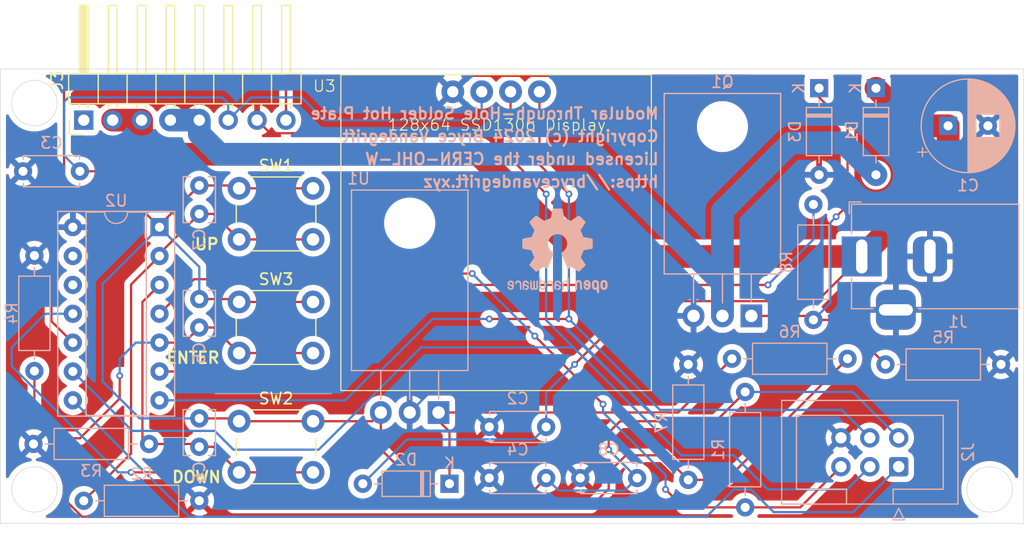
<source format=kicad_pcb>
(kicad_pcb (version 20240108) (generator "pcbnew") (generator_version "8.0")
  (layers (0 "F.Cu" signal) (31 "B.Cu" signal) (34 "B.Paste" user) (35 "F.Paste" user) (36 "B.SilkS" user "B.Silkscreen") (37 "F.SilkS" user "F.Silkscreen") (38 "B.Mask" user) (39 "F.Mask" user) (44 "Edge.Cuts" user))
  (net 0 "")
  (net 1 "GND")
  (net 2 "+18V")
  (net 3 "+5V")
  (net 4 "/SELECT")
  (net 5 "/DOWN")
  (net 6 "/UP")
  (net 7 "/HEATER2")
  (net 8 "Net-(D2-K)")
  (net 9 "/RESET")
  (net 10 "/SCK{slash}SCL")
  (net 11 "/MISO")
  (net 12 "/SDA{slash}MOSI")
  (net 13 "/TEMP")
  (net 14 "/MOSFET")
  (net 15 "/VMON")
  (net 18 "Net-(D3-K)")
  (footprint "Button_Switch_THT:SW_PUSH_6mm_H7.3mm" (layer "F.Cu") (at 169.5 67)
    (property "Reference" "SW1" (at 3.25 -2 0) (layer "F.SilkS"))
    (property "Value" "Up")
    (pad "1" thru_hole circle (at 0 0 90) (size 2 2) (drill 1.1) (layers "*.Cu" "*.Mask") (net 3 "+5V"))
    (pad "1" thru_hole circle (at 6.5 0 90) (size 2 2) (drill 1.1) (layers "*.Cu" "*.Mask") (net 3 "+5V"))
    (pad "2" thru_hole circle (at 0 4.5 90) (size 2 2) (drill 1.1) (layers "*.Cu" "*.Mask") (net 6 "/UP"))
    (pad "2" thru_hole circle (at 6.5 4.5 90) (size 2 2) (drill 1.1) (layers "*.Cu" "*.Mask") (net 6 "/UP"))
  )
  (footprint "OLED:SSD1306" (layer "F.Cu") (at 178.45 57)
    (property "Reference" "U3" (at -1.45 1 0) (layer "F.SilkS") (effects (font (thickness 0.1))))
    (property "Value" "SSD1306")
    (pad "1" thru_hole circle (at 9.84 1.5) (size 2 2) (drill 1) (layers "*.Cu" "*.Mask") (net 1 "GND"))
    (pad "2" thru_hole circle (at 12.38 1.5) (size 2 2) (drill 1) (layers "*.Cu" "*.Mask") (net 3 "+5V"))
    (pad "3" thru_hole circle (at 14.92 1.5) (size 2 2) (drill 1) (layers "*.Cu" "*.Mask") (net 10 "/SCK{slash}SCL"))
    (pad "4" thru_hole circle (at 17.46 1.5) (size 2 2) (drill 1) (layers "*.Cu" "*.Mask") (net 12 "/SDA{slash}MOSI"))
  )
  (footprint "Connector_PinHeader_2.54mm:PinHeader_1x08_P2.54mm_Horizontal" (layer "F.Cu") (at 155.84 61 90)
    (property "Reference" "J3" (at 3.5 -2.34 90) (layer "F.SilkS"))
    (property "Value" "Pin Header")
    (pad "1" thru_hole rect (at 0 0 90) (size 1.7 1.7) (drill 1) (layers "*.Cu" "*.Mask"))
    (pad "2" thru_hole oval (at 0 2.54 90) (size 1.7 1.7) (drill 1) (layers "*.Cu" "*.Mask") (net 2 "+18V"))
    (pad "3" thru_hole oval (at 0 5.08 90) (size 1.7 1.7) (drill 1) (layers "*.Cu" "*.Mask") (net 2 "+18V"))
    (pad "4" thru_hole oval (at 0 7.62 90) (size 1.7 1.7) (drill 1) (layers "*.Cu" "*.Mask") (net 7 "/HEATER2"))
    (pad "5" thru_hole oval (at 0 10.16 90) (size 1.7 1.7) (drill 1) (layers "*.Cu" "*.Mask") (net 7 "/HEATER2"))
    (pad "6" thru_hole oval (at 0 12.7 90) (size 1.7 1.7) (drill 1) (layers "*.Cu" "*.Mask") (net 3 "+5V"))
    (pad "7" thru_hole oval (at 0 15.24 90) (size 1.7 1.7) (drill 1) (layers "*.Cu" "*.Mask") (net 1 "GND"))
    (pad "8" thru_hole oval (at 0 17.78 90) (size 1.7 1.7) (drill 1) (layers "*.Cu" "*.Mask") (net 13 "/TEMP"))
  )
  (footprint "Button_Switch_THT:SW_PUSH_6mm_H7.3mm" (layer "F.Cu") (at 169.5 77)
    (property "Reference" "SW3" (at 3.25 -2 0) (layer "F.SilkS"))
    (property "Value" "Select")
    (pad "1" thru_hole circle (at 0 0 90) (size 2 2) (drill 1.1) (layers "*.Cu" "*.Mask") (net 3 "+5V"))
    (pad "1" thru_hole circle (at 6.5 0 90) (size 2 2) (drill 1.1) (layers "*.Cu" "*.Mask") (net 3 "+5V"))
    (pad "2" thru_hole circle (at 0 4.5 90) (size 2 2) (drill 1.1) (layers "*.Cu" "*.Mask") (net 4 "/SELECT"))
    (pad "2" thru_hole circle (at 6.5 4.5 90) (size 2 2) (drill 1.1) (layers "*.Cu" "*.Mask") (net 4 "/SELECT"))
  )
  (footprint "Button_Switch_THT:SW_PUSH_6mm_H7.3mm" (layer "F.Cu") (at 169.5 87.5)
    (property "Reference" "SW2" (at 3.25 -2 0) (layer "F.SilkS"))
    (property "Value" "Down")
    (pad "1" thru_hole circle (at 0 0 90) (size 2 2) (drill 1.1) (layers "*.Cu" "*.Mask") (net 3 "+5V"))
    (pad "1" thru_hole circle (at 6.5 0 90) (size 2 2) (drill 1.1) (layers "*.Cu" "*.Mask") (net 3 "+5V"))
    (pad "2" thru_hole circle (at 0 4.5 90) (size 2 2) (drill 1.1) (layers "*.Cu" "*.Mask") (net 5 "/DOWN"))
    (pad "2" thru_hole circle (at 6.5 4.5 90) (size 2 2) (drill 1.1) (layers "*.Cu" "*.Mask") (net 5 "/DOWN"))
  )
  (footprint "Capacitor_THT:C_Disc_D4.7mm_W2.5mm_P5.00mm" (layer "B.Cu") (at 204.5 92.5 180)
    (property "Reference" "C8" (at 2.5 2.5 0) (layer "B.SilkS") (effects (justify mirror)))
    (property "Value" "0.1uF")
    (pad "1" thru_hole circle (at 0 0 180) (size 1.6 1.6) (drill 0.8) (layers "*.Cu" "*.Mask") (net 3 "+5V"))
    (pad "2" thru_hole circle (at 5 0 180) (size 1.6 1.6) (drill 0.8) (layers "*.Cu" "*.Mask") (net 1 "GND"))
  )
  (footprint "Resistor_THT:R_Axial_DIN0207_L6.3mm_D2.5mm_P10.16mm_Horizontal" (layer "B.Cu") (at 151.5 72.92 -90)
    (property "Reference" "R4" (at 5.08 2 90) (layer "B.SilkS") (effects (justify mirror)))
    (property "Value" "10k")
    (pad "1" thru_hole circle (at 0 0 270) (size 1.6 1.6) (drill 0.8) (layers "*.Cu" "*.Mask") (net 1 "GND"))
    (pad "2" thru_hole oval (at 10.16 0 270) (size 1.6 1.6) (drill 0.8) (layers "*.Cu" "*.Mask") (net 4 "/SELECT"))
  )
  (footprint "Capacitor_THT:C_Disc_D4.7mm_W2.5mm_P5.00mm" (layer "B.Cu") (at 196.5 88 180)
    (property "Reference" "C2" (at 2.5 2.5 0) (layer "B.SilkS") (effects (justify mirror)))
    (property "Value" "0.1uF")
    (pad "1" thru_hole circle (at 0 0 180) (size 1.6 1.6) (drill 0.8) (layers "*.Cu" "*.Mask") (net 2 "+18V"))
    (pad "2" thru_hole circle (at 5 0 180) (size 1.6 1.6) (drill 0.8) (layers "*.Cu" "*.Mask") (net 1 "GND"))
  )
  (footprint "Capacitor_THT:C_Disc_D3.8mm_W2.6mm_P2.50mm" (layer "B.Cu") (at 166 87.25 -90)
    (property "Reference" "C6" (at 4.75 0 90) (layer "B.SilkS") (effects (justify mirror)))
    (property "Value" "3.3nF")
    (pad "1" thru_hole circle (at 0 0 270) (size 1.6 1.6) (drill 0.8) (layers "*.Cu" "*.Mask") (net 3 "+5V"))
    (pad "2" thru_hole circle (at 2.5 0 270) (size 1.6 1.6) (drill 0.8) (layers "*.Cu" "*.Mask") (net 5 "/DOWN"))
  )
  (footprint "Diode_THT:D_DO-35_SOD27_P7.62mm_Horizontal" (layer "B.Cu") (at 188 93 180)
    (property "Reference" "D2" (at 3.81 2.12 0) (layer "B.SilkS") (effects (justify mirror)))
    (property "Value" "SD103A")
    (fp_text user "K" (at 0 1.8 0) (layer "B.SilkS") (effects (justify mirror)))
    (pad "1" thru_hole rect (at 0 0 180) (size 1.6 1.6) (drill 0.8) (layers "*.Cu" "*.Mask") (net 8 "Net-(D2-K)"))
    (pad "2" thru_hole oval (at 7.62 0 180) (size 1.6 1.6) (drill 0.8) (layers "*.Cu" "*.Mask") (net 2 "+18V"))
  )
  (footprint "Resistor_THT:R_Axial_DIN0207_L6.3mm_D2.5mm_P10.16mm_Horizontal" (layer "B.Cu") (at 166 94.5 180)
    (property "Reference" "R2" (at 5.08 2.37 0) (layer "B.SilkS") (effects (justify mirror)))
    (property "Value" "10k")
    (pad "1" thru_hole circle (at 0 0 180) (size 1.6 1.6) (drill 0.8) (layers "*.Cu" "*.Mask") (net 1 "GND"))
    (pad "2" thru_hole oval (at 10.16 0 180) (size 1.6 1.6) (drill 0.8) (layers "*.Cu" "*.Mask") (net 6 "/UP"))
  )
  (footprint "Capacitor_THT:C_Disc_D4.7mm_W2.5mm_P5.00mm" (layer "B.Cu") (at 196.5 92.5 180)
    (property "Reference" "C4" (at 2.5 2.5 0) (layer "B.SilkS") (effects (justify mirror)))
    (property "Value" "0.1uF")
    (pad "1" thru_hole circle (at 0 0 180) (size 1.6 1.6) (drill 0.8) (layers "*.Cu" "*.Mask") (net 3 "+5V"))
    (pad "2" thru_hole circle (at 5 0 180) (size 1.6 1.6) (drill 0.8) (layers "*.Cu" "*.Mask") (net 1 "GND"))
  )
  (footprint "Capacitor_THT:C_Disc_D3.8mm_W2.6mm_P2.50mm" (layer "B.Cu") (at 166 76.75 -90)
    (property "Reference" "C5" (at 4.75 0 90) (layer "B.SilkS") (effects (justify mirror)))
    (property "Value" "3.3nF")
    (pad "1" thru_hole circle (at 0 0 270) (size 1.6 1.6) (drill 0.8) (layers "*.Cu" "*.Mask") (net 3 "+5V"))
    (pad "2" thru_hole circle (at 2.5 0 270) (size 1.6 1.6) (drill 0.8) (layers "*.Cu" "*.Mask") (net 4 "/SELECT"))
  )
  (footprint "Resistor_THT:R_Axial_DIN0207_L6.3mm_D2.5mm_P10.16mm_Horizontal" (layer "B.Cu") (at 151.42 89.5)
    (property "Reference" "R3" (at 5.08 2.37 0) (layer "B.SilkS") (effects (justify mirror)))
    (property "Value" "10k")
    (pad "1" thru_hole circle (at 0 0) (size 1.6 1.6) (drill 0.8) (layers "*.Cu" "*.Mask") (net 1 "GND"))
    (pad "2" thru_hole oval (at 10.16 0) (size 1.6 1.6) (drill 0.8) (layers "*.Cu" "*.Mask") (net 5 "/DOWN"))
  )
  (footprint "Capacitor_THT:C_Disc_D4.7mm_W2.5mm_P5.00mm" (layer "B.Cu") (at 155.5 65.5 180)
    (property "Reference" "C3" (at 2.5 2.5 0) (layer "B.SilkS") (effects (justify mirror)))
    (property "Value" "0.1uF")
    (pad "1" thru_hole circle (at 0 0 180) (size 1.6 1.6) (drill 0.8) (layers "*.Cu" "*.Mask") (net 3 "+5V"))
    (pad "2" thru_hole circle (at 5 0 180) (size 1.6 1.6) (drill 0.8) (layers "*.Cu" "*.Mask") (net 1 "GND"))
  )
  (footprint "Package_TO_SOT_THT:TO-220-3_Horizontal_TabDown" (layer "B.Cu") (at 214.54 78.23 180)
    (property "Reference" "Q1" (at 2.54 20.58 0) (layer "B.SilkS") (effects (justify mirror)))
    (property "Value" "IRLZ44N")
    (pad "" np_thru_hole oval (at 2.54 16.66 180) (size 3.5 3.5) (drill 3.5) (layers "*.Cu" "*.Mask"))
    (pad "1" thru_hole rect (at 0 0 180) (size 1.905 2) (drill 1.1) (layers "*.Cu" "*.Mask") (net 18 "Net-(D3-K)"))
    (pad "2" thru_hole oval (at 2.54 0 180) (size 1.905 2) (drill 1.1) (layers "*.Cu" "*.Mask") (net 7 "/HEATER2"))
    (pad "3" thru_hole oval (at 5.08 0 180) (size 1.905 2) (drill 1.1) (layers "*.Cu" "*.Mask") (net 1 "GND"))
  )
  (footprint "Capacitor_THT:CP_Radial_D8.0mm_P3.50mm" (layer "B.Cu") (at 231.847349 61.5)
    (property "Reference" "C1" (at 1.75 5.25 0) (layer "B.SilkS") (effects (justify mirror)))
    (property "Value" "100uF")
    (pad "1" thru_hole rect (at 0 0) (size 1.6 1.6) (drill 0.8) (layers "*.Cu" "*.Mask") (net 2 "+18V"))
    (pad "2" thru_hole circle (at 3.5 0) (size 1.6 1.6) (drill 0.8) (layers "*.Cu" "*.Mask") (net 1 "GND"))
  )
  (footprint "Diode_THT:D_DO-35_SOD27_P7.62mm_Horizontal" (layer "B.Cu") (at 220.5 58.19 -90)
    (property "Reference" "D3" (at 3.81 2.12 90) (layer "B.SilkS") (effects (justify mirror)))
    (property "Value" "1N5231")
    (fp_text user "K" (at 0 1.8 90) (layer "B.SilkS") (effects (justify mirror)))
    (pad "1" thru_hole rect (at 0 0 270) (size 1.6 1.6) (drill 0.8) (layers "*.Cu" "*.Mask") (net 18 "Net-(D3-K)"))
    (pad "2" thru_hole oval (at 7.62 0 270) (size 1.6 1.6) (drill 0.8) (layers "*.Cu" "*.Mask") (net 1 "GND"))
  )
  (footprint "Symbol:OSHW-Logo2_9.8x8mm_SilkScreen" (layer "B.Cu") (at 197.5 72.5 180)
    (property "Reference" "REF**" (hide yes))
    (property "Value" "OSHW-Logo2_9.8x8mm_SilkScreen" (hide yes))
  )
  (footprint "Package_TO_SOT_THT:TO-220-3_Horizontal_TabDown" (layer "B.Cu") (at 187.04 86.73 180)
    (property "Reference" "U1" (at 7.04 20.58 0) (layer "B.SilkS") (effects (justify mirror)))
    (property "Value" "L7805")
    (pad "" np_thru_hole oval (at 2.54 16.66 180) (size 3.5 3.5) (drill 3.5) (layers "*.Cu" "*.Mask"))
    (pad "1" thru_hole rect (at 0 0 180) (size 1.905 2) (drill 1.1) (layers "*.Cu" "*.Mask") (net 8 "Net-(D2-K)"))
    (pad "2" thru_hole oval (at 2.54 0 180) (size 1.905 2) (drill 1.1) (layers "*.Cu" "*.Mask") (net 1 "GND"))
    (pad "3" thru_hole oval (at 5.08 0 180) (size 1.905 2) (drill 1.1) (layers "*.Cu" "*.Mask") (net 3 "+5V"))
  )
  (footprint "Diode_THT:D_DO-35_SOD27_P7.62mm_Horizontal" (layer "B.Cu") (at 225.5 58.19 -90)
    (property "Reference" "D1" (at 3.81 2.12 90) (layer "B.SilkS") (effects (justify mirror)))
    (property "Value" "SD103A")
    (fp_text user "K" (at 0 1.8 90) (layer "B.SilkS") (effects (justify mirror)))
    (pad "1" thru_hole rect (at 0 0 270) (size 1.6 1.6) (drill 0.8) (layers "*.Cu" "*.Mask") (net 2 "+18V"))
    (pad "2" thru_hole oval (at 7.62 0 270) (size 1.6 1.6) (drill 0.8) (layers "*.Cu" "*.Mask") (net 7 "/HEATER2"))
  )
  (footprint "Capacitor_THT:C_Disc_D3.8mm_W2.6mm_P2.50mm" (layer "B.Cu") (at 166 66.75 -90)
    (property "Reference" "C7" (at 4.75 0 90) (layer "B.SilkS") (effects (justify mirror)))
    (property "Value" "3.3nF")
    (pad "1" thru_hole circle (at 0 0 270) (size 1.6 1.6) (drill 0.8) (layers "*.Cu" "*.Mask") (net 3 "+5V"))
    (pad "2" thru_hole circle (at 2.5 0 270) (size 1.6 1.6) (drill 0.8) (layers "*.Cu" "*.Mask") (net 6 "/UP"))
  )
  (footprint "Package_DIP:DIP-14_W7.62mm_Socket" (layer "B.Cu") (at 162.5 70.42 180)
    (property "Reference" "U2" (at 3.81 2.33 0) (layer "B.SilkS") (effects (justify mirror)))
    (property "Value" "ATtiny84A-P")
    (pad "1" thru_hole rect (at 0 0 180) (size 1.6 1.6) (drill 0.8) (layers "*.Cu" "*.Mask") (net 3 "+5V"))
    (pad "2" thru_hole oval (at 0 -2.54 180) (size 1.6 1.6) (drill 0.8) (layers "*.Cu" "*.Mask") (net 6 "/UP"))
    (pad "3" thru_hole oval (at 0 -5.08 180) (size 1.6 1.6) (drill 0.8) (layers "*.Cu" "*.Mask") (net 5 "/DOWN"))
    (pad "4" thru_hole oval (at 0 -7.62 180) (size 1.6 1.6) (drill 0.8) (layers "*.Cu" "*.Mask") (net 9 "/RESET"))
    (pad "5" thru_hole oval (at 0 -10.16 180) (size 1.6 1.6) (drill 0.8) (layers "*.Cu" "*.Mask") (net 4 "/SELECT"))
    (pad "6" thru_hole oval (at 0 -12.7 180) (size 1.6 1.6) (drill 0.8) (layers "*.Cu" "*.Mask") (net 14 "/MOSFET"))
    (pad "7" thru_hole oval (at 0 -15.24 180) (size 1.6 1.6) (drill 0.8) (layers "*.Cu" "*.Mask") (net 12 "/SDA{slash}MOSI"))
    (pad "8" thru_hole oval (at 7.62 -15.24 180) (size 1.6 1.6) (drill 0.8) (layers "*.Cu" "*.Mask") (net 11 "/MISO"))
    (pad "9" thru_hole oval (at 7.62 -12.7 180) (size 1.6 1.6) (drill 0.8) (layers "*.Cu" "*.Mask") (net 10 "/SCK{slash}SCL"))
    (pad "10" thru_hole oval (at 7.62 -10.16 180) (size 1.6 1.6) (drill 0.8) (layers "*.Cu" "*.Mask") (net 13 "/TEMP"))
    (pad "11" thru_hole oval (at 7.62 -7.62 180) (size 1.6 1.6) (drill 0.8) (layers "*.Cu" "*.Mask") (net 15 "/VMON"))
    (pad "12" thru_hole oval (at 7.62 -5.08 180) (size 1.6 1.6) (drill 0.8) (layers "*.Cu" "*.Mask"))
    (pad "13" thru_hole oval (at 7.62 -2.54 180) (size 1.6 1.6) (drill 0.8) (layers "*.Cu" "*.Mask"))
    (pad "14" thru_hole oval (at 7.62 0 180) (size 1.6 1.6) (drill 0.8) (layers "*.Cu" "*.Mask") (net 1 "GND"))
  )
  (footprint "Connector_BarrelJack:BarrelJack_Horizontal" (layer "B.Cu") (at 224.25 73 180)
    (property "Reference" "J1" (at -8.45 -5.75 0) (layer "B.SilkS") (effects (justify mirror)))
    (property "Value" "PJ-002")
    (pad "1" thru_hole rect (at 0 0 180) (size 3.5 3.5) (drill oval 1 3) (layers "*.Cu" "*.Mask") (net 2 "+18V"))
    (pad "2" thru_hole roundrect (at -6 0 180) (size 3 3.5) (drill oval 1 3) (layers "*.Cu" "*.Mask") (net 1 "GND"))
    (pad "3" thru_hole roundrect (at -3 -4.7 180) (size 3.5 3.5) (drill oval 3 1) (layers "*.Cu" "*.Mask") (net 1 "GND"))
  )
  (footprint "Resistor_THT:R_Axial_DIN0207_L6.3mm_D2.5mm_P10.16mm_Horizontal" (layer "B.Cu") (at 209 82.5 -90)
    (property "Reference" "R7" (at 5.08 2.37 90) (layer "B.SilkS") (effects (justify mirror)))
    (property "Value" "10k")
    (pad "1" thru_hole circle (at 0 0 270) (size 1.6 1.6) (drill 0.8) (layers "*.Cu" "*.Mask") (net 1 "GND"))
    (pad "2" thru_hole oval (at 10.16 0 270) (size 1.6 1.6) (drill 0.8) (layers "*.Cu" "*.Mask") (net 15 "/VMON"))
  )
  (footprint "Resistor_THT:R_Axial_DIN0207_L6.3mm_D2.5mm_P10.16mm_Horizontal" (layer "B.Cu") (at 214 84.92 -90)
    (property "Reference" "R1" (at 5.08 2.37 90) (layer "B.SilkS") (effects (justify mirror)))
    (property "Value" "10k")
    (pad "1" thru_hole circle (at 0 0 270) (size 1.6 1.6) (drill 0.8) (layers "*.Cu" "*.Mask") (net 3 "+5V"))
    (pad "2" thru_hole oval (at 10.16 0 270) (size 1.6 1.6) (drill 0.8) (layers "*.Cu" "*.Mask") (net 9 "/RESET"))
  )
  (footprint "Resistor_THT:R_Axial_DIN0207_L6.3mm_D2.5mm_P10.16mm_Horizontal" (layer "B.Cu") (at 236.5 82.5 180)
    (property "Reference" "R5" (at 5.08 2.37 0) (layer "B.SilkS") (effects (justify mirror)))
    (property "Value" "10k")
    (pad "1" thru_hole circle (at 0 0 180) (size 1.6 1.6) (drill 0.8) (layers "*.Cu" "*.Mask") (net 1 "GND"))
    (pad "2" thru_hole oval (at 10.16 0 180) (size 1.6 1.6) (drill 0.8) (layers "*.Cu" "*.Mask") (net 18 "Net-(D3-K)"))
  )
  (footprint "Connector_IDC:IDC-Header_2x03_P2.54mm_Vertical" (layer "B.Cu") (at 227.5 91.5 90)
    (property "Reference" "J2" (at 1.27 6.1 90) (layer "B.SilkS") (effects (justify mirror)))
    (property "Value" "AVR-ISP-6")
    (pad "1" thru_hole roundrect (at 0 0 90) (size 1.7 1.7) (drill 1) (layers "*.Cu" "*.Mask") (roundrect_rratio 0.147059) (net 11 "/MISO"))
    (pad "2" thru_hole circle (at 2.54 0 90) (size 1.7 1.7) (drill 1) (layers "*.Cu" "*.Mask") (net 3 "+5V"))
    (pad "3" thru_hole circle (at 0 -2.54 90) (size 1.7 1.7) (drill 1) (layers "*.Cu" "*.Mask") (net 10 "/SCK{slash}SCL"))
    (pad "4" thru_hole circle (at 2.54 -2.54 90) (size 1.7 1.7) (drill 1) (layers "*.Cu" "*.Mask") (net 12 "/SDA{slash}MOSI"))
    (pad "5" thru_hole circle (at 0 -5.08 90) (size 1.7 1.7) (drill 1) (layers "*.Cu" "*.Mask") (net 9 "/RESET"))
    (pad "6" thru_hole circle (at 2.54 -5.08 90) (size 1.7 1.7) (drill 1) (layers "*.Cu" "*.Mask") (net 1 "GND"))
  )
  (footprint "Resistor_THT:R_Axial_DIN0207_L6.3mm_D2.5mm_P10.16mm_Horizontal" (layer "B.Cu") (at 220 68.42 -90)
    (property "Reference" "R8" (at 5.08 2.37 90) (layer "B.SilkS") (effects (justify mirror)))
    (property "Value" "200")
    (pad "1" thru_hole circle (at 0 0 270) (size 1.6 1.6) (drill 0.8) (layers "*.Cu" "*.Mask") (net 14 "/MOSFET"))
    (pad "2" thru_hole oval (at 10.16 0 270) (size 1.6 1.6) (drill 0.8) (layers "*.Cu" "*.Mask") (net 18 "Net-(D3-K)"))
  )
  (footprint "Resistor_THT:R_Axial_DIN0207_L6.3mm_D2.5mm_P10.16mm_Horizontal" (layer "B.Cu") (at 223 82 180)
    (property "Reference" "R6" (at 5.08 2.37 0) (layer "B.SilkS") (effects (justify mirror)))
    (property "Value" "30k")
    (pad "1" thru_hole circle (at 0 0 180) (size 1.6 1.6) (drill 0.8) (layers "*.Cu" "*.Mask") (net 15 "/VMON"))
    (pad "2" thru_hole oval (at 10.16 0 180) (size 1.6 1.6) (drill 0.8) (layers "*.Cu" "*.Mask") (net 8 "Net-(D2-K)"))
  )
  (gr_circle (center 151.5 93.5) (end 153.5 93.5) (stroke (width 0.05)) (fill none) (layer "Edge.Cuts"))
  (gr_circle (center 151.5 59.5) (end 153.5 59.5) (stroke (width 0.05)) (fill none) (layer "Edge.Cuts"))
  (gr_circle (center 235.5 93.5) (end 237.5 93.5) (stroke (width 0.05)) (fill none) (layer "Edge.Cuts"))
  (gr_rect (start 148.5 56.5) (end 238.5 96.5) (stroke (width 0.05)) (fill none) (layer "Edge.Cuts"))
  (gr_text "Copyright (c) 2024 Bryce Vandegrift" (at 206.5 63 0) (layer "B.SilkS") (effects (font (size 1 1) (thickness 0.2) (bold yes)) (justify left bottom mirror)))
  (gr_text "https://brycevandegrift.xyz" (at 206.5 67 0) (layer "B.SilkS") (effects (font (size 1 1) (thickness 0.2) (bold yes)) (justify left bottom mirror)))
  (gr_text "Modular Through-Hole Solder Hot Plate" (at 206.5 61 0) (layer "B.SilkS") (effects (font (size 1 1) (thickness 0.2) (bold yes)) (justify left bottom mirror)))
  (gr_text "Licensed under the CERN-OHL-W" (at 206.5 65 0) (layer "B.SilkS") (effects (font (size 1 1) (thickness 0.2) (bold yes)) (justify left bottom mirror)))
  (gr_text "ENTER" (at 163 82.5 0) (layer "F.SilkS") (effects (font (size 1 1) (thickness 0.2) (bold yes)) (justify left bottom)))
  (gr_text "128x64 SSD1306 Display" (at 182.5 62 0) (layer "F.SilkS") (effects (font (size 1 1) (thickness 0.1)) (justify left bottom)))
  (gr_text "UP" (at 165.5 72.5 0) (layer "F.SilkS") (effects (font (size 1 1) (thickness 0.2) (bold yes)) (justify left bottom)))
  (gr_text "DOWN" (at 163.5 93 0) (layer "F.SilkS") (effects (font (size 1 1) (thickness 0.2) (bold yes)) (justify left bottom)))
  (segment (start 164.6 95.9) (end 155.684365 95.9) (width 0.2) (layer "F.Cu") (net 1))
  (segment (start 154.105063 94.320698) (end 154.105063 92.185063) (width 0.2) (layer "F.Cu") (net 1))
  (segment (start 189.69 57.1) (end 188.29 58.5) (width 0.2) (layer "F.Cu") (net 1))
  (segment (start 188.29 58.5) (end 184.64 62.15) (width 0.2) (layer "F.Cu") (net 1))
  (segment (start 220.5 63.5) (end 214.1 57.1) (width 0.2) (layer "F.Cu") (net 1))
  (segment (start 166 94.5) (end 164.6 95.9) (width 0.2) (layer "F.Cu") (net 1))
  (segment (start 220.5 65.81) (end 220.5 63.5) (width 0.2) (layer "F.Cu") (net 1))
  (segment (start 154.105063 92.185063) (end 151.42 89.5) (width 0.2) (layer "F.Cu") (net 1))
  (segment (start 184.64 62.15) (end 172.23 62.15) (width 0.2) (layer "F.Cu") (net 1))
  (segment (start 172.23 62.15) (end 171.08 61) (width 0.2) (layer "F.Cu") (net 1))
  (segment (start 155.684365 95.9) (end 154.105063 94.320698) (width 0.2) (layer "F.Cu") (net 1))
  (segment (start 214.1 57.1) (end 189.69 57.1) (width 0.2) (layer "F.Cu") (net 1))
  (segment (start 188.5 85) (end 186.23 85) (width 0.2) (layer "B.Cu") (net 1))
  (segment (start 191.5 88) (end 188.5 85) (width 0.2) (layer "B.Cu") (net 1))
  (segment (start 186.23 85) (end 184.5 86.73) (width 0.2) (layer "B.Cu") (net 1))
  (segment (start 224.25 73) (end 199.5 73) (width 2) (layer "F.Cu") (net 2))
  (segment (start 231.847349 65.402651) (end 231.847349 61.5) (width 2) (layer "F.Cu") (net 2))
  (segment (start 199.5 73) (end 190.5 64) (width 2) (layer "F.Cu") (net 2))
  (segment (start 190.5 64) (end 162.717919 64) (width 2) (layer "F.Cu") (net 2))
  (segment (start 224.25 73) (end 231.847349 65.402651) (width 2) (layer "F.Cu") (net 2))
  (segment (start 228.81 61.5) (end 225.5 58.19) (width 2) (layer "F.Cu") (net 2))
  (segment (start 160.92 62.202081) (end 160.92 61) (width 2) (layer "F.Cu") (net 2))
  (segment (start 158.38 61) (end 160.92 61) (width 2) (layer "F.Cu") (net 2))
  (segment (start 204.57 76.93) (end 220.32 76.93) (width 0.2) (layer "F.Cu") (net 2))
  (segment (start 220.32 76.93) (end 224.25 73) (width 0.2) (layer "F.Cu") (net 2))
  (segment (start 231.847349 61.5) (end 228.81 61.5) (width 2) (layer "F.Cu") (net 2))
  (segment (start 162.717919 64) (end 160.92 62.202081) (width 2) (layer "F.Cu") (net 2))
  (segment (start 199 82.5) (end 204.57 76.93) (width 0.2) (layer "F.Cu") (net 2))
  (via (at 199 82.5) (size 0.6) (drill 0.3) (layers "F.Cu" "B.Cu") (net 2))
  (segment (start 180.38 93) (end 184.28 89.1) (width 0.2) (layer "B.Cu") (net 2))
  (segment (start 195.4 89.1) (end 196.5 88) (width 0.2) (layer "B.Cu") (net 2))
  (segment (start 196.5 85) (end 199 82.5) (width 0.2) (layer "B.Cu") (net 2))
  (segment (start 184.28 89.1) (end 195.4 89.1) (width 0.2) (layer "B.Cu") (net 2))
  (segment (start 196.5 88) (end 196.5 85) (width 0.2) (layer "B.Cu") (net 2))
  (segment (start 186.5 94.5) (end 194.5 94.5) (width 0.2) (layer "F.Cu") (net 3))
  (segment (start 194.5 94.5) (end 196.5 92.5) (width 0.2) (layer "F.Cu") (net 3))
  (segment (start 166 66.75) (end 169.25 66.75) (width 0.2) (layer "F.Cu") (net 3))
  (segment (start 168.75 87.25) (end 166 87.25) (width 0.2) (layer "F.Cu") (net 3))
  (segment (start 169.5 87.5) (end 176 87.5) (width 0.2) (layer "F.Cu") (net 3))
  (segment (start 166 66.75) (end 162.5 70.25) (width 0.2) (layer "F.Cu") (net 3))
  (segment (start 169.5 67) (end 176 67) (width 0.2) (layer "F.Cu") (net 3))
  (segment (start 169 87.5) (end 168.75 87.25) (width 0.2) (layer "F.Cu") (net 3))
  (segment (start 169.25 66.75) (end 169.5 67) (width 0.2) (layer "F.Cu") (net 3))
  (segment (start 169.5 87.5) (end 169 87.5) (width 0.2) (layer "F.Cu") (net 3))
  (segment (start 166 76.75) (end 169.25 76.75) (width 0.2) (layer "F.Cu") (net 3))
  (segment (start 169.5 77) (end 176 77) (width 0.2) (layer "F.Cu") (net 3))
  (segment (start 202 88.5) (end 203 87.5) (width 0.2) (layer "F.Cu") (net 3))
  (segment (start 203 87.5) (end 211.42 87.5) (width 0.2) (layer "F.Cu") (net 3))
  (segment (start 181.96 89.96) (end 186.5 94.5) (width 0.2) (layer "F.Cu") (net 3))
  (segment (start 181.19 87.5) (end 181.96 86.73) (width 0.2) (layer "F.Cu") (net 3))
  (segment (start 155.5 65.5) (end 157.58 65.5) (width 0.2) (layer "F.Cu") (net 3))
  (segment (start 157.58 65.5) (end 162.5 70.42) (width 0.2) (layer "F.Cu") (net 3))
  (segment (start 176 87.5) (end 181.19 87.5) (width 0.2) (layer "F.Cu") (net 3))
  (segment (start 202 90) (end 202 88.5) (width 0.2) (layer "F.Cu") (net 3))
  (segment (start 211.42 87.5) (end 214 84.92) (width 0.2) (layer "F.Cu") (net 3))
  (segment (start 162.5 70.25) (end 162.5 70.42) (width 0.2) (layer "F.Cu") (net 3))
  (segment (start 169.25 76.75) (end 169.5 77) (width 0.2) (layer "F.Cu") (net 3))
  (segment (start 181.96 86.73) (end 181.96 89.96) (width 0.2) (layer "F.Cu") (net 3))
  (via (at 202 90) (size 0.6) (drill 0.3) (layers "F.Cu" "B.Cu") (net 3))
  (segment (start 154.105063 64.105063) (end 155.5 65.5) (width 0.2) (layer "B.Cu") (net 3))
  (segment (start 168.54 59.54) (end 168 59) (width 0.2) (layer "B.Cu") (net 3))
  (segment (start 190.83 60.67) (end 190.5 61) (width 0.2) (layer "B.Cu") (net 3))
  (segment (start 196.5 92.5) (end 197.6 93.6) (width 0.2) (layer "B.Cu") (net 3))
  (segment (start 160.75 87.25) (end 157.5 84) (width 0.2) (layer "B.Cu") (net 3))
  (segment (start 175 59) (end 170.54 59) (width 0.2) (layer "B.Cu") (net 3))
  (segment (start 203.4 93.6) (end 204.5 92.5) (width 0.2) (layer "B.Cu") (net 3))
  (segment (start 214 84.92) (end 223.46 84.92) (width 0.2) (layer "B.Cu") (net 3))
  (segment (start 170.54 59) (end 168.54 61) (width 0.2) (layer "B.Cu") (net 3))
  (segment (start 204.5 92.5) (end 202 90) (width 0.2) (layer "B.Cu") (net 3))
  (segment (start 154.105063 59.501874) (end 154.105063 64.105063) (width 0.2) (layer "B.Cu") (net 3))
  (segment (start 166 73.92) (end 162.5 70.42) (width 0.2) (layer "B.Cu") (net 3))
  (segment (start 154.5 59) (end 154.107005 59.392995) (width 0.2) (layer "B.Cu") (net 3))
  (segment (start 157.5 75.42) (end 162.5 70.42) (width 0.2) (layer "B.Cu") (net 3))
  (segment (start 223.46 84.92) (end 227.5 88.96) (width 0.2) (layer "B.Cu") (net 3))
  (segment (start 154.107005 59.392995) (end 154.105063 59.501874) (width 0.2) (layer "B.Cu") (net 3))
  (segment (start 168 59) (end 154.5 59) (width 0.2) (layer "B.Cu") (net 3))
  (segment (start 166 76.75) (end 166 73.92) (width 0.2) (layer "B.Cu") (net 3))
  (segment (start 157.5 84) (end 157.5 75.42) (width 0.2) (layer "B.Cu") (net 3))
  (segment (start 197.6 93.6) (end 203.4 93.6) (width 0.2) (layer "B.Cu") (net 3))
  (segment (start 166 87.25) (end 160.75 87.25) (width 0.2) (layer "B.Cu") (net 3))
  (segment (start 168.54 61) (end 168.54 59.54) (width 0.2) (layer "B.Cu") (net 3))
  (segment (start 190.5 61) (end 177 61) (width 0.2) (layer "B.Cu") (net 3))
  (segment (start 177 61) (end 175 59) (width 0.2) (layer "B.Cu") (net 3))
  (segment (start 190.83 58.5) (end 190.83 60.67) (width 0.2) (layer "B.Cu") (net 3))
  (segment (start 159 85.5) (end 159 83.5) (width 0.2) (layer "F.Cu") (net 4))
  (segment (start 155.5 89) (end 159 85.5) (width 0.2) (layer "F.Cu") (net 4))
  (segment (start 153.5 89) (end 155.5 89) (width 0.2) (layer "F.Cu") (net 4))
  (segment (start 167.25 79.25) (end 169.5 81.5) (width 0.2) (layer "F.Cu") (net 4))
  (segment (start 169.5 81.5) (end 176 81.5) (width 0.2) (layer "F.Cu") (net 4))
  (segment (start 166 79.25) (end 167.25 79.25) (width 0.2) (layer "F.Cu") (net 4))
  (segment (start 151.5 83.08) (end 151.5 87) (width 0.2) (layer "F.Cu") (net 4))
  (segment (start 164.67 80.58) (end 166 79.25) (width 0.2) (layer "F.Cu") (net 4))
  (segment (start 151.5 87) (end 153.5 89) (width 0.2) (layer "F.Cu") (net 4))
  (segment (start 162.5 80.58) (end 164.67 80.58) (width 0.2) (layer "F.Cu") (net 4))
  (via (at 159 83.5) (size 0.6) (drill 0.3) (layers "F.Cu" "B.Cu") (net 4))
  (segment (start 159 83.5) (end 159 82) (width 0.2) (layer "B.Cu") (net 4))
  (segment (start 159 82) (end 160.42 80.58) (width 0.2) (layer "B.Cu") (net 4))
  (segment (start 160.42 80.58) (end 162.5 80.58) (width 0.2) (layer "B.Cu") (net 4))
  (segment (start 162.5 75.5) (end 161 77) (width 0.2) (layer "F.Cu") (net 5))
  (segment (start 161 77) (end 161 88.92) (width 0.2) (layer "F.Cu") (net 5))
  (segment (start 166 89.75) (end 167.25 89.75) (width 0.2) (layer "F.Cu") (net 5))
  (segment (start 161.58 89.5) (end 165.75 89.5) (width 0.2) (layer "F.Cu") (net 5))
  (segment (start 165.75 89.5) (end 166 89.75) (width 0.2) (layer "F.Cu") (net 5))
  (segment (start 169.5 92) (end 176 92) (width 0.2) (layer "F.Cu") (net 5))
  (segment (start 167.25 89.75) (end 169.5 92) (width 0.2) (layer "F.Cu") (net 5))
  (segment (start 161 88.92) (end 161.58 89.5) (width 0.2) (layer "F.Cu") (net 5))
  (segment (start 162.5 72.75) (end 162.5 72.96) (width 0.2) (layer "F.Cu") (net 6))
  (segment (start 155.84 94.5) (end 160 90.34) (width 0.2) (layer "F.Cu") (net 6))
  (segment (start 160 75.46) (end 162.5 72.96) (width 0.2) (layer "F.Cu") (net 6))
  (segment (start 160 90.34) (end 160 75.46) (width 0.2) (layer "F.Cu") (net 6))
  (segment (start 167.25 69.25) (end 169.5 71.5) (width 0.2) (layer "F.Cu") (net 6))
  (segment (start 166 69.25) (end 167.25 69.25) (width 0.2) (layer "F.Cu") (net 6))
  (segment (start 169.5 71.5) (end 176 71.5) (width 0.2) (layer "F.Cu") (net 6))
  (segment (start 166 69.25) (end 162.5 72.75) (width 0.2) (layer "F.Cu") (net 6))
  (segment (start 225.5 65.81) (end 222.69 63) (width 2) (layer "B.Cu") (net 7))
  (segment (start 212 69) (end 212 78.23) (width 2) (layer "B.Cu") (net 7))
  (segment (start 212 78.23) (end 212 75.325) (width 2) (layer "B.Cu") (net 7))
  (segment (start 200.675 64) (end 167.797919 64) (width 2) (layer "B.Cu") (net 7))
  (segment (start 218 63) (end 212 69) (width 2) (layer "B.Cu") (net 7))
  (segment (start 222.69 63) (end 218 63) (width 2) (layer "B.Cu") (net 7))
  (segment (start 163.46 61) (end 166 61) (width 2) (layer "B.Cu") (net 7))
  (segment (start 167.797919 64) (end 166 62.202081) (width 2) (layer "B.Cu") (net 7))
  (segment (start 166 62.202081) (end 166 61) (width 2) (layer "B.Cu") (net 7))
  (segment (start 212 75.325) (end 200.675 64) (width 2) (layer "B.Cu") (net 7))
  (segment (start 208.11 86.73) (end 187.04 86.73) (width 0.2) (layer "F.Cu") (net 8))
  (segment (start 187.04 86.73) (end 187.04 87.46) (width 0.2) (layer "F.Cu") (net 8))
  (segment (start 212.84 82) (end 208.11 86.73) (width 0.2) (layer "F.Cu") (net 8))
  (segment (start 187.04 87.46) (end 188 88.42) (width 0.2) (layer "F.Cu") (net 8))
  (segment (start 188 88.42) (end 188 93) (width 0.2) (layer "F.Cu") (net 8))
  (segment (start 184.5 74.5) (end 190 74.5) (width 0.2) (layer "F.Cu") (net 9))
  (segment (start 167.5 75) (end 184 75) (width 0.2) (layer "F.Cu") (net 9))
  (segment (start 207 93.5) (end 208.58 95.08) (width 0.2) (layer "F.Cu") (net 9))
  (segment (start 184 75) (end 184.5 74.5) (width 0.2) (layer "F.Cu") (net 9))
  (segment (start 165.54 75) (end 167.5 75) (width 0.2) (layer "F.Cu") (net 9))
  (segment (start 218.84 95.08) (end 222.42 91.5) (width 0.2) (layer "F.Cu") (net 9))
  (segment (start 208.58 95.08) (end 214 95.08) (width 0.2) (layer "F.Cu") (net 9))
  (segment (start 195.5 80) (end 201.5 86) (width 0.2) (layer "F.Cu") (net 9))
  (segment (start 162.5 78.04) (end 165.54 75) (width 0.2) (layer "F.Cu") (net 9))
  (segment (start 214 95.08) (end 218.84 95.08) (width 0.2) (layer "F.Cu") (net 9))
  (via (at 207 93.5) (size 0.6) (drill 0.3) (layers "F.Cu" "B.Cu") (net 9))
  (via (at 195.5 80) (size 0.6) (drill 0.3) (layers "F.Cu" "B.Cu") (net 9))
  (via (at 190 74.5) (size 0.6) (drill 0.3) (layers "F.Cu" "B.Cu") (net 9))
  (via (at 201.5 86) (size 0.6) (drill 0.3) (layers "F.Cu" "B.Cu") (net 9))
  (segment (start 207 92.215635) (end 207 93.5) (width 0.2) (layer "B.Cu") (net 9))
  (segment (start 201.5 86.715635) (end 207 92.215635) (width 0.2) (layer "B.Cu") (net 9))
  (segment (start 190 74.5) (end 195.5 80) (width 0.2) (layer "B.Cu") (net 9))
  (segment (start 201.5 86) (end 201.5 86.715635) (width 0.2) (layer "B.Cu") (net 9))
  (segment (start 193.37 64.37) (end 196.5 67.5) (width 0.2) (layer "F.Cu") (net 10))
  (segment (start 193.37 58.5) (end 193.37 64.37) (width 0.2) (layer "F.Cu") (net 10))
  (via (at 196.5 67.5) (size 0.6) (drill 0.3) (layers "F.Cu" "B.Cu") (net 10))
  (segment (start 222.96 93.5) (end 224.96 91.5) (width 0.2) (layer "B.Cu") (net 10))
  (segment (start 176.5 90) (end 185.5 81) (width 0.2) (layer "B.Cu") (net 10))
  (segment (start 154.88 83.12) (end 160.11 88.35) (width 0.2) (layer "B.Cu") (net 10))
  (segment (start 167.35 88.35) (end 169 90) (width 0.2) (layer "B.Cu") (net 10))
  (segment (start 185.5 81) (end 198.895634 81) (width 0.2) (layer "B.Cu") (net 10))
  (segment (start 198.895634 81) (end 198.947817 81.052183) (width 0.2) (layer "B.Cu") (net 10))
  (segment (start 199.947817 82.052183) (end 208.395635 90.5) (width 0.2) (layer "B.Cu") (net 10))
  (segment (start 169 90) (end 176.5 90) (width 0.2) (layer "B.Cu") (net 10))
  (segment (start 196.5 78.604366) (end 198.947817 81.052183) (width 0.2) (layer "B.Cu") (net 10))
  (segment (start 160.11 88.35) (end 167.35 88.35) (width 0.2) (layer "B.Cu") (net 10))
  (segment (start 198.947817 81.052183) (end 199.947817 82.052183) (width 0.2) (layer "B.Cu") (net 10))
  (segment (start 213 90.5) (end 216 93.5) (width 0.2) (layer "B.Cu") (net 10))
  (segment (start 196.5 67.5) (end 196.5 78.604366) (width 0.2) (layer "B.Cu") (net 10))
  (segment (start 199.895635 82) (end 199.947817 82.052183) (width 0.2) (layer "B.Cu") (net 10))
  (segment (start 208.395635 90.5) (end 213 90.5) (width 0.2) (layer "B.Cu") (net 10))
  (segment (start 216 93.5) (end 222.96 93.5) (width 0.2) (layer "B.Cu") (net 10))
  (segment (start 223.5 95.5) (end 227.5 91.5) (width 0.2) (layer "B.Cu") (net 11))
  (segment (start 214.5 93.5) (end 216.5 95.5) (width 0.2) (layer "B.Cu") (net 11))
  (segment (start 216.5 95.5) (end 223.5 95.5) (width 0.2) (layer "B.Cu") (net 11))
  (segment (start 213 93.5) (end 214.5 93.5) (width 0.2) (layer "B.Cu") (net 11))
  (segment (start 210.6 95.9) (end 213 93.5) (width 0.2) (layer "B.Cu") (net 11))
  (segment (start 154.88 85.66) (end 165.12 95.9) (width 0.2) (layer "B.Cu") (net 11))
  (segment (start 165.12 95.9) (end 210.6 95.9) (width 0.2) (layer "B.Cu") (net 11))
  (segment (start 191.5 78.5) (end 198.5 78.5) (width 0.2) (layer "F.Cu") (net 12))
  (segment (start 195.91 58.5) (end 195.91 64.91) (width 0.2) (layer "F.Cu") (net 12))
  (segment (start 195.91 64.91) (end 198.5 67.5) (width 0.2) (layer "F.Cu") (net 12))
  (via (at 198.5 67.5) (size 0.6) (drill 0.3) (layers "F.Cu" "B.Cu") (net 12))
  (via (at 191.5 78.5) (size 0.6) (drill 0.3) (layers "F.Cu" "B.Cu") (net 12))
  (via (at 198.5 78.5) (size 0.6) (drill 0.3) (layers "F.Cu" "B.Cu") (net 12))
  (segment (start 162.5 85.66) (end 178.84 85.66) (width 0.2) (layer "B.Cu") (net 12))
  (segment (start 178.84 85.66) (end 181.5 83) (width 0.2) (layer "B.Cu") (net 12))
  (segment (start 198.5 67.5) (end 198.5 78.5) (width 0.2) (layer "B.Cu") (net 12))
  (segment (start 181.5 83) (end 182 83) (width 0.2) (layer "B.Cu") (net 12))
  (segment (start 198.5 78.5) (end 206.5 86.5) (width 0.2) (layer "B.Cu") (net 12))
  (segment (start 182 83) (end 186.5 78.5) (width 0.2) (layer "B.Cu") (net 12))
  (segment (start 222.5 86.5) (end 224.96 88.96) (width 0.2) (layer "B.Cu") (net 12))
  (segment (start 206.5 86.5) (end 222.5 86.5) (width 0.2) (layer "B.Cu") (net 12))
  (segment (start 186.5 78.5) (end 191.5 78.5) (width 0.2) (layer "B.Cu") (net 12))
  (segment (start 173.62 61) (end 173.62 58.12) (width 0.2) (layer "F.Cu") (net 13))
  (segment (start 154.105063 58.394937) (end 154.105063 67.394937) (width 0.2) (layer "F.Cu") (net 13))
  (segment (start 155 57.5) (end 154.105063 58.394937) (width 0.2) (layer "F.Cu") (net 13))
  (segment (start 173.62 58.12) (end 173 57.5) (width 0.2) (layer "F.Cu") (net 13))
  (segment (start 153 78.7) (end 154.88 80.58) (width 0.2) (layer "F.Cu") (net 13))
  (segment (start 154.105063 67.394937) (end 153 68.5) (width 0.2) (layer "F.Cu") (net 13))
  (segment (start 153 68.5) (end 153 78.7) (width 0.2) (layer "F.Cu") (net 13))
  (segment (start 173 57.5) (end 155 57.5) (width 0.2) (layer "F.Cu") (net 13))
  (segment (start 167.5 84.5) (end 177.5 84.5) (width 0.2) (layer "F.Cu") (net 14))
  (segment (start 177.5 84.5) (end 186.5 75.5) (width 0.2) (layer "F.Cu") (net 14))
  (segment (start 166.12 83.12) (end 167.5 84.5) (width 0.2) (layer "F.Cu") (net 14))
  (segment (start 162.5 83.12) (end 166.12 83.12) (width 0.2) (layer "F.Cu") (net 14))
  (segment (start 186.5 75.5) (end 216 75.5) (width 0.2) (layer "F.Cu") (net 14))
  (via (at 216 75.5) (size 0.6) (drill 0.3) (layers "F.Cu" "B.Cu") (net 14))
  (segment (start 216 75.5) (end 220 71.5) (width 0.2) (layer "B.Cu") (net 14))
  (segment (start 220 71.5) (end 220 68.42) (width 0.2) (layer "B.Cu") (net 14))
  (segment (start 200.444365 95) (end 169 95) (width 0.2) (layer "F.Cu") (net 15))
  (segment (start 212.34 92.66) (end 223 82) (width 0.2) (layer "F.Cu") (net 15))
  (segment (start 166 92) (end 160 92) (width 0.2) (layer "F.Cu") (net 15))
  (segment (start 206.84 90.5) (end 203.5 90.5) (width 0.2) (layer "F.Cu") (net 15))
  (segment (start 202 93.444365) (end 200.444365 95) (width 0.2) (layer "F.Cu") (net 15))
  (segment (start 169 95) (end 166 92) (width 0.2) (layer "F.Cu") (net 15))
  (segment (start 209 92.66) (end 206.84 90.5) (width 0.2) (layer "F.Cu") (net 15))
  (segment (start 209 92.66) (end 212.34 92.66) (width 0.2) (layer "F.Cu") (net 15))
  (segment (start 203.5 90.5) (end 202 92) (width 0.2) (layer "F.Cu") (net 15))
  (segment (start 202 92) (end 202 93.444365) (width 0.2) (layer "F.Cu") (net 15))
  (via (at 160 92) (size 0.6) (drill 0.3) (layers "F.Cu" "B.Cu") (net 15))
  (segment (start 149.5 81) (end 149.5 82.635635) (width 0.2) (layer "B.Cu") (net 15))
  (segment (start 154.88 78.04) (end 152.46 78.04) (width 0.2) (layer "B.Cu") (net 15))
  (segment (start 158.864365 92) (end 160 92) (width 0.2) (layer "B.Cu") (net 15))
  (segment (start 152.46 78.04) (end 149.5 81) (width 0.2) (layer "B.Cu") (net 15))
  (segment (start 149.5 82.635635) (end 158.864365 92) (width 0.2) (layer "B.Cu") (net 15))
  (segment (start 220 78.58) (end 222.42 78.58) (width 0.2) (layer "F.Cu") (net 18))
  (segment (start 222.42 78.58) (end 226.34 82.5) (width 0.2) (layer "F.Cu") (net 18))
  (segment (start 214.54 78.23) (end 219.65 78.23) (width 0.2) (layer "F.Cu") (net 18))
  (segment (start 220.5 59) (end 223 61.5) (width 0.2) (layer "F.Cu") (net 18))
  (segment (start 220.5 58.19) (end 220.5 59) (width 0.2) (layer "F.Cu") (net 18))
  (segment (start 219.65 78.23) (end 220 78.58) (width 0.2) (layer "F.Cu") (net 18))
  (segment (start 223 68.5) (end 222 69.5) (width 0.2) (layer "F.Cu") (net 18))
  (segment (start 223 61.5) (end 223 68.5) (width 0.2) (layer "F.Cu") (net 18))
  (via (at 222 69.5) (size 0.6) (drill 0.3) (layers "F.Cu" "B.Cu") (net 18))
  (segment (start 222 69.5) (end 221.5 70) (width 0.2) (layer "B.Cu") (net 18))
  (segment (start 221.5 77.08) (end 220 78.58) (width 0.2) (layer "B.Cu") (net 18))
  (segment (start 221.5 70) (end 221.5 77.08) (width 0.2) (layer "B.Cu") (net 18))
  (zone (net 1) (net_name "GND") (layer "F.Cu") (connect_pads (clearance 0.5)) (min_thickness 0.25) (fill yes (thermal_gap 0.5) (thermal_bridge_width 0.5))
    (polygon (pts (xy 238 57) (xy 238 96) (xy 149 96) (xy 149 57)))
  )
  (zone (net 1) (net_name "GND") (layer "B.Cu") (priority 1) (connect_pads (clearance 0.5)) (min_thickness 0.25) (fill yes (thermal_gap 0.5) (thermal_bridge_width 0.5))
    (polygon (pts (xy 238 57) (xy 238 96) (xy 149 96) (xy 149 57)))
  )
)
</source>
